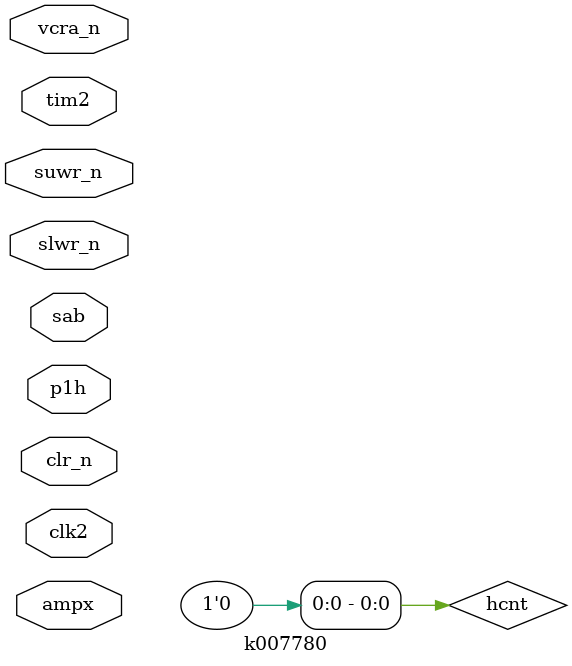
<source format=v>
module k007780	(
				input clr_n,
				input clk2,
				input ampx,
				input tim2,
				input p1h,
				input vcra_n,
				input slwr_n,
				input suwr_n,
				input [17:1] sab
				);

wire [2:0] hcnt;

assign #1 d_e65 = h2 ^ p1h;

FDO_d_ff e65	(
			   .d(d_e65),
			   .clk(clk2),
			   .reset_n(clr_n),
			   .q(h2),
			   .q_bar()
				);
assign #1 out_e60 = h2 & p1h;
assign #1 out_f60 = h4 ^ out_e60;

FDO_d_ff f65	(
			   .d(out_f60),
			   .clk(clk2),
			   .reset_n(clr_n),
			   .q(h4),
			   .q_bar()
				);

assign e62_out = p1h & h2 & h4;

FDO_d_ff g60	(
			   .d(e62_out ^ h8) ,
			   .clk(clk2),
			   .reset_n(clr_n),
			   .q(h8),
			   .q_bar()
				);

assign h60_out = h8 & e62_out;

FDO_d_ff j60	(
			   .d(h60_out ^ h16) ,
			   .clk(clk2),
			   .reset_n(clr_n),
			   .q(h16),
			   .q_bar()
				);

FDM_d_ff e48	(
				.d(h4),
				.ck(clk2),
				.q(e48_q),
				.q_bar()
				);

assign e54_out = e48_q & p1h;

FDN_d_ff h51	(
				.d(1'b0),
				.ck(e54_out),
				.s_n(~vcra_n),
				.q(vcra_d_n),
				.q_bar()
				);

assign f54_out = vcra_d_n & e54_out;
assign vcra0 = ~(ampx | f54_out);
assign vcra1 = ~((~ampx) | f54_out);
assign vcra = ~vcra_d_n;
assign hcnt = {h4,h2,1'b0};

assign wrl1_n = ~(sab[1] & vcra & ~tim2 & ~slwr_n);
assign vcoe_n = h2 & h4;// /SREAD skipped for now.
assign #4 hcnt1 = ~h2 & ~h4 & p1h;

endmodule
</source>
